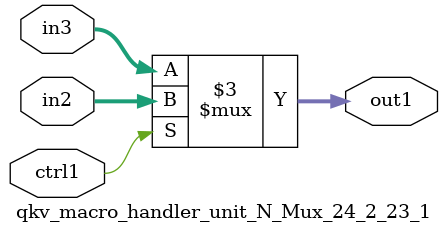
<source format=v>

`timescale 1ps / 1ps


module qkv_macro_handler_unit_N_Mux_24_2_23_1( in3, in2, ctrl1, out1 );

    input [23:0] in3;
    input [23:0] in2;
    input ctrl1;
    output [23:0] out1;
    reg [23:0] out1;

    
    // rtl_process:qkv_macro_handler_unit_N_Mux_24_2_23_1/qkv_macro_handler_unit_N_Mux_24_2_23_1_thread_1
    always @*
      begin : qkv_macro_handler_unit_N_Mux_24_2_23_1_thread_1
        case (ctrl1) 
          1'b1: 
            begin
              out1 = in2;
            end
          default: 
            begin
              out1 = in3;
            end
        endcase
      end

endmodule



</source>
